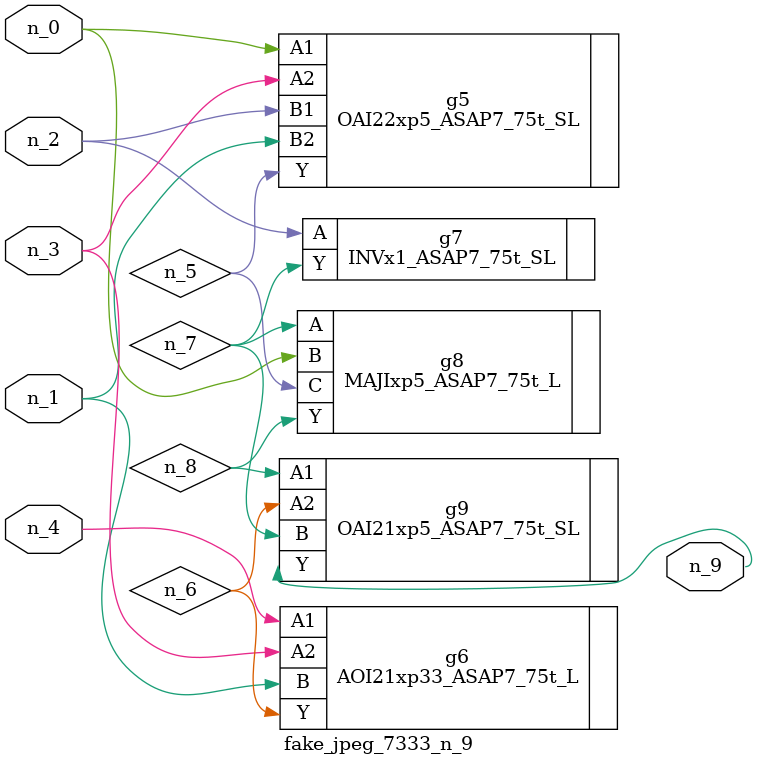
<source format=v>
module fake_jpeg_7333_n_9 (n_3, n_2, n_1, n_0, n_4, n_9);

input n_3;
input n_2;
input n_1;
input n_0;
input n_4;

output n_9;

wire n_8;
wire n_6;
wire n_5;
wire n_7;

OAI22xp5_ASAP7_75t_SL g5 ( 
.A1(n_0),
.A2(n_3),
.B1(n_2),
.B2(n_1),
.Y(n_5)
);

AOI21xp33_ASAP7_75t_L g6 ( 
.A1(n_4),
.A2(n_3),
.B(n_1),
.Y(n_6)
);

INVx1_ASAP7_75t_SL g7 ( 
.A(n_2),
.Y(n_7)
);

MAJIxp5_ASAP7_75t_L g8 ( 
.A(n_7),
.B(n_0),
.C(n_5),
.Y(n_8)
);

OAI21xp5_ASAP7_75t_SL g9 ( 
.A1(n_8),
.A2(n_6),
.B(n_7),
.Y(n_9)
);


endmodule
</source>
